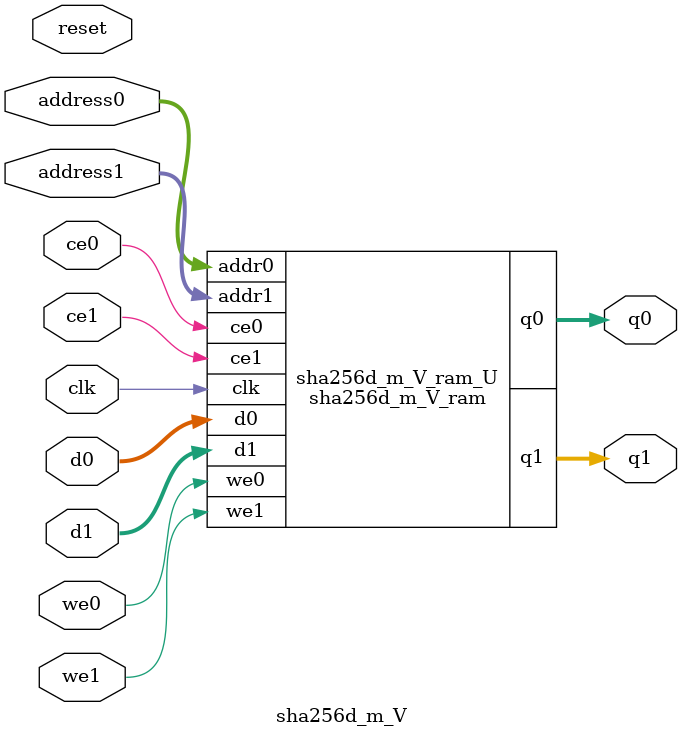
<source format=v>
`timescale 1 ns / 1 ps
module sha256d_m_V_ram (addr0, ce0, d0, we0, q0, addr1, ce1, d1, we1, q1,  clk);

parameter DWIDTH = 32;
parameter AWIDTH = 6;
parameter MEM_SIZE = 64;

input[AWIDTH-1:0] addr0;
input ce0;
input[DWIDTH-1:0] d0;
input we0;
output reg[DWIDTH-1:0] q0;
input[AWIDTH-1:0] addr1;
input ce1;
input[DWIDTH-1:0] d1;
input we1;
output reg[DWIDTH-1:0] q1;
input clk;

(* ram_style = "block" *)reg [DWIDTH-1:0] ram[0:MEM_SIZE-1];




always @(posedge clk)  
begin 
    if (ce0) begin
        if (we0) 
            ram[addr0] <= d0; 
        q0 <= ram[addr0];
    end
end


always @(posedge clk)  
begin 
    if (ce1) begin
        if (we1) 
            ram[addr1] <= d1; 
        q1 <= ram[addr1];
    end
end


endmodule

`timescale 1 ns / 1 ps
module sha256d_m_V(
    reset,
    clk,
    address0,
    ce0,
    we0,
    d0,
    q0,
    address1,
    ce1,
    we1,
    d1,
    q1);

parameter DataWidth = 32'd32;
parameter AddressRange = 32'd64;
parameter AddressWidth = 32'd6;
input reset;
input clk;
input[AddressWidth - 1:0] address0;
input ce0;
input we0;
input[DataWidth - 1:0] d0;
output[DataWidth - 1:0] q0;
input[AddressWidth - 1:0] address1;
input ce1;
input we1;
input[DataWidth - 1:0] d1;
output[DataWidth - 1:0] q1;



sha256d_m_V_ram sha256d_m_V_ram_U(
    .clk( clk ),
    .addr0( address0 ),
    .ce0( ce0 ),
    .we0( we0 ),
    .d0( d0 ),
    .q0( q0 ),
    .addr1( address1 ),
    .ce1( ce1 ),
    .we1( we1 ),
    .d1( d1 ),
    .q1( q1 ));

endmodule


</source>
